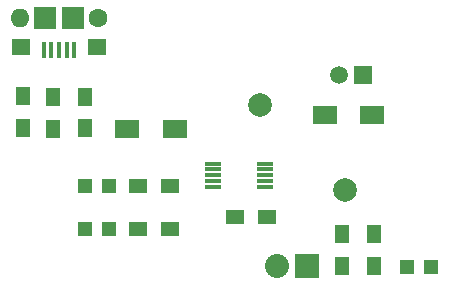
<source format=gts>
G04 #@! TF.FileFunction,Soldermask,Top*
%FSLAX46Y46*%
G04 Gerber Fmt 4.6, Leading zero omitted, Abs format (unit mm)*
G04 Created by KiCad (PCBNEW 0.201503261001+5536~22~ubuntu14.04.1-product) date Mon 30 Mar 2015 17:35:05 CEST*
%MOMM*%
G01*
G04 APERTURE LIST*
%ADD10C,0.100000*%
%ADD11R,2.000000X1.600000*%
%ADD12R,1.198880X1.198880*%
%ADD13R,2.032000X2.032000*%
%ADD14O,2.032000X2.032000*%
%ADD15R,1.500000X1.300000*%
%ADD16R,1.300000X1.500000*%
%ADD17R,1.400000X0.300000*%
%ADD18R,1.500000X1.500000*%
%ADD19C,1.500000*%
%ADD20R,0.400000X1.350000*%
%ADD21R,1.600000X1.400000*%
%ADD22R,1.900000X1.900000*%
%ADD23C,1.600000*%
%ADD24O,1.600000X1.600000*%
%ADD25C,1.998980*%
G04 APERTURE END LIST*
D10*
D11*
X98203000Y-69850000D03*
X102203000Y-69850000D03*
X118954300Y-68681600D03*
X114954300Y-68681600D03*
D12*
X123941840Y-81534000D03*
X121843800Y-81534000D03*
X94581980Y-78359000D03*
X96680020Y-78359000D03*
X94581980Y-74676000D03*
X96680020Y-74676000D03*
D13*
X113385600Y-81483200D03*
D14*
X110845600Y-81483200D03*
D15*
X99107000Y-74676000D03*
X101807000Y-74676000D03*
X101807000Y-78359000D03*
X99107000Y-78359000D03*
D16*
X119075200Y-81461600D03*
X119075200Y-78761600D03*
X116382800Y-81461600D03*
X116382800Y-78761600D03*
D15*
X107362000Y-77343000D03*
X110062000Y-77343000D03*
D16*
X89357200Y-67064900D03*
X89357200Y-69764900D03*
X91897200Y-67128400D03*
X91897200Y-69828400D03*
X94589600Y-67115700D03*
X94589600Y-69815700D03*
D17*
X105496000Y-72787000D03*
X105496000Y-73287000D03*
X105496000Y-73787000D03*
X105496000Y-74287000D03*
X105496000Y-74787000D03*
X109896000Y-74787000D03*
X109896000Y-74287000D03*
X109896000Y-73787000D03*
X109896000Y-73287000D03*
X109896000Y-72787000D03*
D18*
X118154200Y-65328800D03*
D19*
X116154200Y-65328800D03*
D20*
X93730600Y-63140100D03*
X91780600Y-63140100D03*
X92430600Y-63140100D03*
X93080600Y-63140100D03*
X91130600Y-63140100D03*
D21*
X95630600Y-62940100D03*
X89230600Y-62940100D03*
D22*
X93630600Y-60490100D03*
X91230600Y-60490100D03*
D23*
X95730600Y-60490100D03*
D24*
X89130600Y-60490100D03*
D25*
X109412498Y-67819998D03*
X116596702Y-75004202D03*
M02*

</source>
